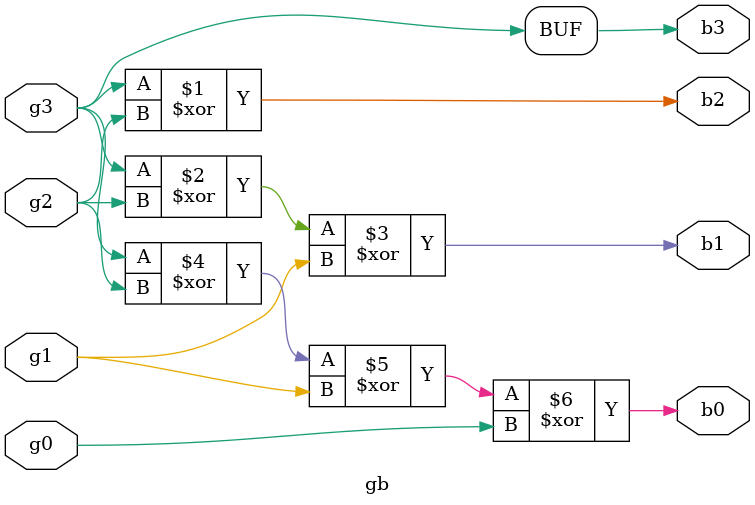
<source format=sv>
module gb (b0,b1,b2,b3,g0,g1,g2,g3);
  input g0,g1,g2,g3;
  output b0,b1,b2,b3;
  assign b3 = g3;
  assign b2 = g3^g2;
  assign b1 = g3^g2^g1;
  assign b0 = g3^g2^g1^g0;
endmodule

</source>
